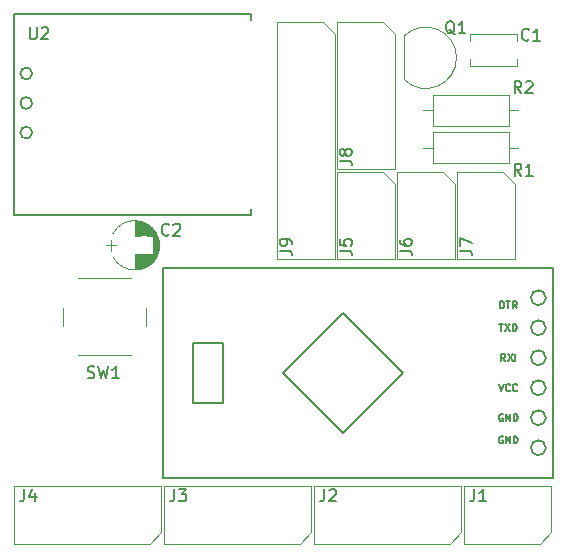
<source format=gbr>
G04 #@! TF.FileFunction,Legend,Top*
%FSLAX46Y46*%
G04 Gerber Fmt 4.6, Leading zero omitted, Abs format (unit mm)*
G04 Created by KiCad (PCBNEW 4.0.7) date 08/08/18 17:07:12*
%MOMM*%
%LPD*%
G01*
G04 APERTURE LIST*
%ADD10C,0.100000*%
%ADD11C,0.120000*%
%ADD12C,0.150000*%
%ADD13C,2.000000*%
%ADD14O,2.000000X2.000000*%
%ADD15C,2.200000*%
%ADD16C,1.900000*%
%ADD17R,2.400000X2.400000*%
%ADD18C,2.400000*%
%ADD19C,1.750000*%
%ADD20R,2.200000X1.750000*%
%ADD21R,3.000000X2.400000*%
%ADD22O,3.000000X2.400000*%
%ADD23O,1.900000X1.300000*%
%ADD24R,1.900000X1.300000*%
%ADD25R,1.600000X1.600000*%
%ADD26C,1.600000*%
%ADD27R,2.400000X3.000000*%
%ADD28O,2.400000X3.000000*%
G04 APERTURE END LIST*
D10*
D11*
X161325000Y-97830000D02*
X161325000Y-95210000D01*
X161325000Y-95210000D02*
X154905000Y-95210000D01*
X154905000Y-95210000D02*
X154905000Y-97830000D01*
X154905000Y-97830000D02*
X161325000Y-97830000D01*
X162215000Y-96520000D02*
X161325000Y-96520000D01*
X154015000Y-96520000D02*
X154905000Y-96520000D01*
D12*
X164465000Y-121920000D02*
G75*
G03X164465000Y-121920000I-635000J0D01*
G01*
X164465000Y-119380000D02*
G75*
G03X164465000Y-119380000I-635000J0D01*
G01*
X164465000Y-116840000D02*
G75*
G03X164465000Y-116840000I-635000J0D01*
G01*
X164465000Y-114300000D02*
G75*
G03X164465000Y-114300000I-635000J0D01*
G01*
X164465000Y-111760000D02*
G75*
G03X164465000Y-111760000I-635000J0D01*
G01*
X164465000Y-109220000D02*
G75*
G03X164465000Y-109220000I-635000J0D01*
G01*
X134620000Y-113030000D02*
X134620000Y-118110000D01*
X134620000Y-118110000D02*
X137160000Y-118110000D01*
X137160000Y-118110000D02*
X137160000Y-113030000D01*
X137160000Y-113030000D02*
X134620000Y-113030000D01*
X147320000Y-120650000D02*
X152400000Y-115570000D01*
X152400000Y-115570000D02*
X147320000Y-110490000D01*
X147320000Y-110490000D02*
X142240000Y-115570000D01*
X142240000Y-115570000D02*
X147320000Y-120650000D01*
X132080000Y-124460000D02*
X165100000Y-124460000D01*
X165100000Y-124460000D02*
X165100000Y-106680000D01*
X165100000Y-106680000D02*
X132080000Y-106680000D01*
X132080000Y-106680000D02*
X132080000Y-124460000D01*
D11*
X130910000Y-130070000D02*
X131910000Y-129070000D01*
X119470000Y-125170000D02*
X119470000Y-130070000D01*
X119470000Y-130070000D02*
X130910000Y-130070000D01*
X131910000Y-129070000D02*
X131910000Y-125170000D01*
X131910000Y-125170000D02*
X119470000Y-125170000D01*
D12*
X139470000Y-85235000D02*
X139470000Y-85735000D01*
X139470000Y-102235000D02*
X139470000Y-101735000D01*
X120970000Y-90235000D02*
G75*
G03X120970000Y-90235000I-500000J0D01*
G01*
X120970000Y-95235000D02*
G75*
G03X120970000Y-95235000I-500000J0D01*
G01*
X120970000Y-92735000D02*
G75*
G03X120970000Y-92735000I-500000J0D01*
G01*
X139470000Y-102235000D02*
X119470000Y-102235000D01*
X119470000Y-102235000D02*
X119470000Y-85235000D01*
X119470000Y-85235000D02*
X139470000Y-85235000D01*
D11*
X143610000Y-130070000D02*
X144610000Y-129070000D01*
X132170000Y-125170000D02*
X132170000Y-130070000D01*
X132170000Y-130070000D02*
X143610000Y-130070000D01*
X144610000Y-129070000D02*
X144610000Y-125170000D01*
X144610000Y-125170000D02*
X132170000Y-125170000D01*
X146580000Y-86895000D02*
X145580000Y-85895000D01*
X141680000Y-105955000D02*
X146580000Y-105955000D01*
X146580000Y-105955000D02*
X146580000Y-86895000D01*
X145580000Y-85895000D02*
X141680000Y-85895000D01*
X141680000Y-85895000D02*
X141680000Y-105955000D01*
X154905000Y-92035000D02*
X154905000Y-94655000D01*
X154905000Y-94655000D02*
X161325000Y-94655000D01*
X161325000Y-94655000D02*
X161325000Y-92035000D01*
X161325000Y-92035000D02*
X154905000Y-92035000D01*
X154015000Y-93345000D02*
X154905000Y-93345000D01*
X162215000Y-93345000D02*
X161325000Y-93345000D01*
X124825000Y-114085000D02*
X129325000Y-114085000D01*
X123575000Y-110085000D02*
X123575000Y-111585000D01*
X129325000Y-107585000D02*
X124825000Y-107585000D01*
X130575000Y-111585000D02*
X130575000Y-110085000D01*
X162000000Y-89625000D02*
X158080000Y-89625000D01*
X162000000Y-86905000D02*
X158080000Y-86905000D01*
X162000000Y-89625000D02*
X162000000Y-89015000D01*
X162000000Y-87515000D02*
X162000000Y-86905000D01*
X158080000Y-89625000D02*
X158080000Y-89015000D01*
X158080000Y-87515000D02*
X158080000Y-86905000D01*
X152455000Y-87100000D02*
X152455000Y-90700000D01*
X152466522Y-87061522D02*
G75*
G02X156905000Y-88900000I1838478J-1838478D01*
G01*
X152466522Y-90738478D02*
G75*
G03X156905000Y-88900000I1838478J1838478D01*
G01*
X131501436Y-103795830D02*
G75*
G03X127809004Y-103795000I-1846436J-979170D01*
G01*
X131501436Y-105754170D02*
G75*
G02X127809004Y-105755000I-1846436J979170D01*
G01*
X131501436Y-105754170D02*
G75*
G03X131500996Y-103795000I-1846436J979170D01*
G01*
X129655000Y-105555000D02*
X129655000Y-106825000D01*
X129655000Y-102725000D02*
X129655000Y-103995000D01*
X129695000Y-102725000D02*
X129695000Y-103995000D01*
X129695000Y-105555000D02*
X129695000Y-106825000D01*
X129735000Y-102726000D02*
X129735000Y-103995000D01*
X129735000Y-105555000D02*
X129735000Y-106824000D01*
X129775000Y-102728000D02*
X129775000Y-103995000D01*
X129775000Y-105555000D02*
X129775000Y-106822000D01*
X129815000Y-102731000D02*
X129815000Y-103995000D01*
X129815000Y-105555000D02*
X129815000Y-106819000D01*
X129855000Y-102734000D02*
X129855000Y-103995000D01*
X129855000Y-105555000D02*
X129855000Y-106816000D01*
X129895000Y-102738000D02*
X129895000Y-103995000D01*
X129895000Y-105555000D02*
X129895000Y-106812000D01*
X129935000Y-102743000D02*
X129935000Y-103995000D01*
X129935000Y-105555000D02*
X129935000Y-106807000D01*
X129975000Y-102749000D02*
X129975000Y-103995000D01*
X129975000Y-105555000D02*
X129975000Y-106801000D01*
X130015000Y-102756000D02*
X130015000Y-103995000D01*
X130015000Y-105555000D02*
X130015000Y-106794000D01*
X130055000Y-102763000D02*
X130055000Y-103995000D01*
X130055000Y-105555000D02*
X130055000Y-106787000D01*
X130095000Y-102771000D02*
X130095000Y-103995000D01*
X130095000Y-105555000D02*
X130095000Y-106779000D01*
X130135000Y-102780000D02*
X130135000Y-103995000D01*
X130135000Y-105555000D02*
X130135000Y-106770000D01*
X130175000Y-102790000D02*
X130175000Y-103995000D01*
X130175000Y-105555000D02*
X130175000Y-106760000D01*
X130215000Y-102801000D02*
X130215000Y-103995000D01*
X130215000Y-105555000D02*
X130215000Y-106749000D01*
X130255000Y-102812000D02*
X130255000Y-103995000D01*
X130255000Y-105555000D02*
X130255000Y-106738000D01*
X130295000Y-102825000D02*
X130295000Y-103995000D01*
X130295000Y-105555000D02*
X130295000Y-106725000D01*
X130335000Y-102838000D02*
X130335000Y-103995000D01*
X130335000Y-105555000D02*
X130335000Y-106712000D01*
X130376000Y-102852000D02*
X130376000Y-103995000D01*
X130376000Y-105555000D02*
X130376000Y-106698000D01*
X130416000Y-102868000D02*
X130416000Y-103995000D01*
X130416000Y-105555000D02*
X130416000Y-106682000D01*
X130456000Y-102884000D02*
X130456000Y-103995000D01*
X130456000Y-105555000D02*
X130456000Y-106666000D01*
X130496000Y-102901000D02*
X130496000Y-103995000D01*
X130496000Y-105555000D02*
X130496000Y-106649000D01*
X130536000Y-102919000D02*
X130536000Y-103995000D01*
X130536000Y-105555000D02*
X130536000Y-106631000D01*
X130576000Y-102938000D02*
X130576000Y-103995000D01*
X130576000Y-105555000D02*
X130576000Y-106612000D01*
X130616000Y-102958000D02*
X130616000Y-103995000D01*
X130616000Y-105555000D02*
X130616000Y-106592000D01*
X130656000Y-102979000D02*
X130656000Y-103995000D01*
X130656000Y-105555000D02*
X130656000Y-106571000D01*
X130696000Y-103002000D02*
X130696000Y-103995000D01*
X130696000Y-105555000D02*
X130696000Y-106548000D01*
X130736000Y-103025000D02*
X130736000Y-103995000D01*
X130736000Y-105555000D02*
X130736000Y-106525000D01*
X130776000Y-103050000D02*
X130776000Y-103995000D01*
X130776000Y-105555000D02*
X130776000Y-106500000D01*
X130816000Y-103076000D02*
X130816000Y-103995000D01*
X130816000Y-105555000D02*
X130816000Y-106474000D01*
X130856000Y-103103000D02*
X130856000Y-103995000D01*
X130856000Y-105555000D02*
X130856000Y-106447000D01*
X130896000Y-103132000D02*
X130896000Y-103995000D01*
X130896000Y-105555000D02*
X130896000Y-106418000D01*
X130936000Y-103162000D02*
X130936000Y-103995000D01*
X130936000Y-105555000D02*
X130936000Y-106388000D01*
X130976000Y-103194000D02*
X130976000Y-103995000D01*
X130976000Y-105555000D02*
X130976000Y-106356000D01*
X131016000Y-103228000D02*
X131016000Y-103995000D01*
X131016000Y-105555000D02*
X131016000Y-106322000D01*
X131056000Y-103263000D02*
X131056000Y-103995000D01*
X131056000Y-105555000D02*
X131056000Y-106287000D01*
X131096000Y-103300000D02*
X131096000Y-103995000D01*
X131096000Y-105555000D02*
X131096000Y-106250000D01*
X131136000Y-103339000D02*
X131136000Y-103995000D01*
X131136000Y-105555000D02*
X131136000Y-106211000D01*
X131176000Y-103380000D02*
X131176000Y-103995000D01*
X131176000Y-105555000D02*
X131176000Y-106170000D01*
X131216000Y-103424000D02*
X131216000Y-106126000D01*
X131256000Y-103470000D02*
X131256000Y-106080000D01*
X131296000Y-103519000D02*
X131296000Y-106031000D01*
X131336000Y-103571000D02*
X131336000Y-105979000D01*
X131376000Y-103627000D02*
X131376000Y-105923000D01*
X131416000Y-103687000D02*
X131416000Y-105863000D01*
X131456000Y-103752000D02*
X131456000Y-105798000D01*
X131496000Y-103823000D02*
X131496000Y-105727000D01*
X131536000Y-103901000D02*
X131536000Y-105649000D01*
X131576000Y-103989000D02*
X131576000Y-105561000D01*
X131616000Y-104089000D02*
X131616000Y-105461000D01*
X131656000Y-104208000D02*
X131656000Y-105342000D01*
X131696000Y-104360000D02*
X131696000Y-105190000D01*
X131736000Y-104610000D02*
X131736000Y-104940000D01*
X127205000Y-104775000D02*
X128105000Y-104775000D01*
X127655000Y-104325000D02*
X127655000Y-105225000D01*
X156310000Y-130070000D02*
X157310000Y-129070000D01*
X144870000Y-125170000D02*
X144870000Y-130070000D01*
X144870000Y-130070000D02*
X156310000Y-130070000D01*
X157310000Y-129070000D02*
X157310000Y-125170000D01*
X157310000Y-125170000D02*
X144870000Y-125170000D01*
X151660000Y-86895000D02*
X150660000Y-85895000D01*
X146760000Y-98335000D02*
X151660000Y-98335000D01*
X151660000Y-98335000D02*
X151660000Y-86895000D01*
X150660000Y-85895000D02*
X146760000Y-85895000D01*
X146760000Y-85895000D02*
X146760000Y-98335000D01*
X151660000Y-99595000D02*
X150660000Y-98595000D01*
X146760000Y-105955000D02*
X151660000Y-105955000D01*
X151660000Y-105955000D02*
X151660000Y-99595000D01*
X150660000Y-98595000D02*
X146760000Y-98595000D01*
X146760000Y-98595000D02*
X146760000Y-105955000D01*
X156740000Y-99595000D02*
X155740000Y-98595000D01*
X151840000Y-105955000D02*
X156740000Y-105955000D01*
X156740000Y-105955000D02*
X156740000Y-99595000D01*
X155740000Y-98595000D02*
X151840000Y-98595000D01*
X151840000Y-98595000D02*
X151840000Y-105955000D01*
X161820000Y-99595000D02*
X160820000Y-98595000D01*
X156920000Y-105955000D02*
X161820000Y-105955000D01*
X161820000Y-105955000D02*
X161820000Y-99595000D01*
X160820000Y-98595000D02*
X156920000Y-98595000D01*
X156920000Y-98595000D02*
X156920000Y-105955000D01*
X163930000Y-130070000D02*
X164930000Y-129070000D01*
X157570000Y-125170000D02*
X157570000Y-130070000D01*
X157570000Y-130070000D02*
X163930000Y-130070000D01*
X164930000Y-129070000D02*
X164930000Y-125170000D01*
X164930000Y-125170000D02*
X157570000Y-125170000D01*
D12*
X162393334Y-98877381D02*
X162060000Y-98401190D01*
X161821905Y-98877381D02*
X161821905Y-97877381D01*
X162202858Y-97877381D01*
X162298096Y-97925000D01*
X162345715Y-97972619D01*
X162393334Y-98067857D01*
X162393334Y-98210714D01*
X162345715Y-98305952D01*
X162298096Y-98353571D01*
X162202858Y-98401190D01*
X161821905Y-98401190D01*
X163345715Y-98877381D02*
X162774286Y-98877381D01*
X163060000Y-98877381D02*
X163060000Y-97877381D01*
X162964762Y-98020238D01*
X162869524Y-98115476D01*
X162774286Y-98163095D01*
X160490000Y-116511429D02*
X160690000Y-117111429D01*
X160890000Y-116511429D01*
X161432857Y-117054286D02*
X161404286Y-117082857D01*
X161318572Y-117111429D01*
X161261429Y-117111429D01*
X161175714Y-117082857D01*
X161118572Y-117025714D01*
X161090000Y-116968571D01*
X161061429Y-116854286D01*
X161061429Y-116768571D01*
X161090000Y-116654286D01*
X161118572Y-116597143D01*
X161175714Y-116540000D01*
X161261429Y-116511429D01*
X161318572Y-116511429D01*
X161404286Y-116540000D01*
X161432857Y-116568571D01*
X162032857Y-117054286D02*
X162004286Y-117082857D01*
X161918572Y-117111429D01*
X161861429Y-117111429D01*
X161775714Y-117082857D01*
X161718572Y-117025714D01*
X161690000Y-116968571D01*
X161661429Y-116854286D01*
X161661429Y-116768571D01*
X161690000Y-116654286D01*
X161718572Y-116597143D01*
X161775714Y-116540000D01*
X161861429Y-116511429D01*
X161918572Y-116511429D01*
X162004286Y-116540000D01*
X162032857Y-116568571D01*
X161047143Y-114571429D02*
X160847143Y-114285714D01*
X160704286Y-114571429D02*
X160704286Y-113971429D01*
X160932858Y-113971429D01*
X160990000Y-114000000D01*
X161018572Y-114028571D01*
X161047143Y-114085714D01*
X161047143Y-114171429D01*
X161018572Y-114228571D01*
X160990000Y-114257143D01*
X160932858Y-114285714D01*
X160704286Y-114285714D01*
X161247143Y-113971429D02*
X161647143Y-114571429D01*
X161647143Y-113971429D02*
X161247143Y-114571429D01*
X161875715Y-114571429D02*
X161875715Y-113971429D01*
X160532857Y-111431429D02*
X160875714Y-111431429D01*
X160704285Y-112031429D02*
X160704285Y-111431429D01*
X161018571Y-111431429D02*
X161418571Y-112031429D01*
X161418571Y-111431429D02*
X161018571Y-112031429D01*
X161647143Y-112031429D02*
X161647143Y-111431429D01*
X161790000Y-111431429D01*
X161875715Y-111460000D01*
X161932857Y-111517143D01*
X161961429Y-111574286D01*
X161990000Y-111688571D01*
X161990000Y-111774286D01*
X161961429Y-111888571D01*
X161932857Y-111945714D01*
X161875715Y-112002857D01*
X161790000Y-112031429D01*
X161647143Y-112031429D01*
X160604286Y-110126429D02*
X160604286Y-109526429D01*
X160747143Y-109526429D01*
X160832858Y-109555000D01*
X160890000Y-109612143D01*
X160918572Y-109669286D01*
X160947143Y-109783571D01*
X160947143Y-109869286D01*
X160918572Y-109983571D01*
X160890000Y-110040714D01*
X160832858Y-110097857D01*
X160747143Y-110126429D01*
X160604286Y-110126429D01*
X161118572Y-109526429D02*
X161461429Y-109526429D01*
X161290000Y-110126429D02*
X161290000Y-109526429D01*
X162004286Y-110126429D02*
X161804286Y-109840714D01*
X161661429Y-110126429D02*
X161661429Y-109526429D01*
X161890001Y-109526429D01*
X161947143Y-109555000D01*
X161975715Y-109583571D01*
X162004286Y-109640714D01*
X162004286Y-109726429D01*
X161975715Y-109783571D01*
X161947143Y-109812143D01*
X161890001Y-109840714D01*
X161661429Y-109840714D01*
X160832858Y-120985000D02*
X160775715Y-120956429D01*
X160690001Y-120956429D01*
X160604286Y-120985000D01*
X160547144Y-121042143D01*
X160518572Y-121099286D01*
X160490001Y-121213571D01*
X160490001Y-121299286D01*
X160518572Y-121413571D01*
X160547144Y-121470714D01*
X160604286Y-121527857D01*
X160690001Y-121556429D01*
X160747144Y-121556429D01*
X160832858Y-121527857D01*
X160861429Y-121499286D01*
X160861429Y-121299286D01*
X160747144Y-121299286D01*
X161118572Y-121556429D02*
X161118572Y-120956429D01*
X161461429Y-121556429D01*
X161461429Y-120956429D01*
X161747143Y-121556429D02*
X161747143Y-120956429D01*
X161890000Y-120956429D01*
X161975715Y-120985000D01*
X162032857Y-121042143D01*
X162061429Y-121099286D01*
X162090000Y-121213571D01*
X162090000Y-121299286D01*
X162061429Y-121413571D01*
X162032857Y-121470714D01*
X161975715Y-121527857D01*
X161890000Y-121556429D01*
X161747143Y-121556429D01*
X160832858Y-119080000D02*
X160775715Y-119051429D01*
X160690001Y-119051429D01*
X160604286Y-119080000D01*
X160547144Y-119137143D01*
X160518572Y-119194286D01*
X160490001Y-119308571D01*
X160490001Y-119394286D01*
X160518572Y-119508571D01*
X160547144Y-119565714D01*
X160604286Y-119622857D01*
X160690001Y-119651429D01*
X160747144Y-119651429D01*
X160832858Y-119622857D01*
X160861429Y-119594286D01*
X160861429Y-119394286D01*
X160747144Y-119394286D01*
X161118572Y-119651429D02*
X161118572Y-119051429D01*
X161461429Y-119651429D01*
X161461429Y-119051429D01*
X161747143Y-119651429D02*
X161747143Y-119051429D01*
X161890000Y-119051429D01*
X161975715Y-119080000D01*
X162032857Y-119137143D01*
X162061429Y-119194286D01*
X162090000Y-119308571D01*
X162090000Y-119394286D01*
X162061429Y-119508571D01*
X162032857Y-119565714D01*
X161975715Y-119622857D01*
X161890000Y-119651429D01*
X161747143Y-119651429D01*
X120316667Y-125436381D02*
X120316667Y-126150667D01*
X120269047Y-126293524D01*
X120173809Y-126388762D01*
X120030952Y-126436381D01*
X119935714Y-126436381D01*
X121221429Y-125769714D02*
X121221429Y-126436381D01*
X120983333Y-125388762D02*
X120745238Y-126103048D01*
X121364286Y-126103048D01*
X120777095Y-86320381D02*
X120777095Y-87129905D01*
X120824714Y-87225143D01*
X120872333Y-87272762D01*
X120967571Y-87320381D01*
X121158048Y-87320381D01*
X121253286Y-87272762D01*
X121300905Y-87225143D01*
X121348524Y-87129905D01*
X121348524Y-86320381D01*
X121777095Y-86415619D02*
X121824714Y-86368000D01*
X121919952Y-86320381D01*
X122158048Y-86320381D01*
X122253286Y-86368000D01*
X122300905Y-86415619D01*
X122348524Y-86510857D01*
X122348524Y-86606095D01*
X122300905Y-86748952D01*
X121729476Y-87320381D01*
X122348524Y-87320381D01*
X133016667Y-125436381D02*
X133016667Y-126150667D01*
X132969047Y-126293524D01*
X132873809Y-126388762D01*
X132730952Y-126436381D01*
X132635714Y-126436381D01*
X133397619Y-125436381D02*
X134016667Y-125436381D01*
X133683333Y-125817333D01*
X133826191Y-125817333D01*
X133921429Y-125864952D01*
X133969048Y-125912571D01*
X134016667Y-126007810D01*
X134016667Y-126245905D01*
X133969048Y-126341143D01*
X133921429Y-126388762D01*
X133826191Y-126436381D01*
X133540476Y-126436381D01*
X133445238Y-126388762D01*
X133397619Y-126341143D01*
X141946381Y-105235333D02*
X142660667Y-105235333D01*
X142803524Y-105282953D01*
X142898762Y-105378191D01*
X142946381Y-105521048D01*
X142946381Y-105616286D01*
X142946381Y-104711524D02*
X142946381Y-104521048D01*
X142898762Y-104425809D01*
X142851143Y-104378190D01*
X142708286Y-104282952D01*
X142517810Y-104235333D01*
X142136857Y-104235333D01*
X142041619Y-104282952D01*
X141994000Y-104330571D01*
X141946381Y-104425809D01*
X141946381Y-104616286D01*
X141994000Y-104711524D01*
X142041619Y-104759143D01*
X142136857Y-104806762D01*
X142374952Y-104806762D01*
X142470190Y-104759143D01*
X142517810Y-104711524D01*
X142565429Y-104616286D01*
X142565429Y-104425809D01*
X142517810Y-104330571D01*
X142470190Y-104282952D01*
X142374952Y-104235333D01*
X162393334Y-91892381D02*
X162060000Y-91416190D01*
X161821905Y-91892381D02*
X161821905Y-90892381D01*
X162202858Y-90892381D01*
X162298096Y-90940000D01*
X162345715Y-90987619D01*
X162393334Y-91082857D01*
X162393334Y-91225714D01*
X162345715Y-91320952D01*
X162298096Y-91368571D01*
X162202858Y-91416190D01*
X161821905Y-91416190D01*
X162774286Y-90987619D02*
X162821905Y-90940000D01*
X162917143Y-90892381D01*
X163155239Y-90892381D01*
X163250477Y-90940000D01*
X163298096Y-90987619D01*
X163345715Y-91082857D01*
X163345715Y-91178095D01*
X163298096Y-91320952D01*
X162726667Y-91892381D01*
X163345715Y-91892381D01*
X125666667Y-115974762D02*
X125809524Y-116022381D01*
X126047620Y-116022381D01*
X126142858Y-115974762D01*
X126190477Y-115927143D01*
X126238096Y-115831905D01*
X126238096Y-115736667D01*
X126190477Y-115641429D01*
X126142858Y-115593810D01*
X126047620Y-115546190D01*
X125857143Y-115498571D01*
X125761905Y-115450952D01*
X125714286Y-115403333D01*
X125666667Y-115308095D01*
X125666667Y-115212857D01*
X125714286Y-115117619D01*
X125761905Y-115070000D01*
X125857143Y-115022381D01*
X126095239Y-115022381D01*
X126238096Y-115070000D01*
X126571429Y-115022381D02*
X126809524Y-116022381D01*
X127000001Y-115308095D01*
X127190477Y-116022381D01*
X127428572Y-115022381D01*
X128333334Y-116022381D02*
X127761905Y-116022381D01*
X128047619Y-116022381D02*
X128047619Y-115022381D01*
X127952381Y-115165238D01*
X127857143Y-115260476D01*
X127761905Y-115308095D01*
X163028334Y-87352143D02*
X162980715Y-87399762D01*
X162837858Y-87447381D01*
X162742620Y-87447381D01*
X162599762Y-87399762D01*
X162504524Y-87304524D01*
X162456905Y-87209286D01*
X162409286Y-87018810D01*
X162409286Y-86875952D01*
X162456905Y-86685476D01*
X162504524Y-86590238D01*
X162599762Y-86495000D01*
X162742620Y-86447381D01*
X162837858Y-86447381D01*
X162980715Y-86495000D01*
X163028334Y-86542619D01*
X163980715Y-87447381D02*
X163409286Y-87447381D01*
X163695000Y-87447381D02*
X163695000Y-86447381D01*
X163599762Y-86590238D01*
X163504524Y-86685476D01*
X163409286Y-86733095D01*
X156749762Y-86907619D02*
X156654524Y-86860000D01*
X156559286Y-86764762D01*
X156416429Y-86621905D01*
X156321190Y-86574286D01*
X156225952Y-86574286D01*
X156273571Y-86812381D02*
X156178333Y-86764762D01*
X156083095Y-86669524D01*
X156035476Y-86479048D01*
X156035476Y-86145714D01*
X156083095Y-85955238D01*
X156178333Y-85860000D01*
X156273571Y-85812381D01*
X156464048Y-85812381D01*
X156559286Y-85860000D01*
X156654524Y-85955238D01*
X156702143Y-86145714D01*
X156702143Y-86479048D01*
X156654524Y-86669524D01*
X156559286Y-86764762D01*
X156464048Y-86812381D01*
X156273571Y-86812381D01*
X157654524Y-86812381D02*
X157083095Y-86812381D01*
X157368809Y-86812381D02*
X157368809Y-85812381D01*
X157273571Y-85955238D01*
X157178333Y-86050476D01*
X157083095Y-86098095D01*
X132548334Y-103862143D02*
X132500715Y-103909762D01*
X132357858Y-103957381D01*
X132262620Y-103957381D01*
X132119762Y-103909762D01*
X132024524Y-103814524D01*
X131976905Y-103719286D01*
X131929286Y-103528810D01*
X131929286Y-103385952D01*
X131976905Y-103195476D01*
X132024524Y-103100238D01*
X132119762Y-103005000D01*
X132262620Y-102957381D01*
X132357858Y-102957381D01*
X132500715Y-103005000D01*
X132548334Y-103052619D01*
X132929286Y-103052619D02*
X132976905Y-103005000D01*
X133072143Y-102957381D01*
X133310239Y-102957381D01*
X133405477Y-103005000D01*
X133453096Y-103052619D01*
X133500715Y-103147857D01*
X133500715Y-103243095D01*
X133453096Y-103385952D01*
X132881667Y-103957381D01*
X133500715Y-103957381D01*
X145716667Y-125436381D02*
X145716667Y-126150667D01*
X145669047Y-126293524D01*
X145573809Y-126388762D01*
X145430952Y-126436381D01*
X145335714Y-126436381D01*
X146145238Y-125531619D02*
X146192857Y-125484000D01*
X146288095Y-125436381D01*
X146526191Y-125436381D01*
X146621429Y-125484000D01*
X146669048Y-125531619D01*
X146716667Y-125626857D01*
X146716667Y-125722095D01*
X146669048Y-125864952D01*
X146097619Y-126436381D01*
X146716667Y-126436381D01*
X147026381Y-97615333D02*
X147740667Y-97615333D01*
X147883524Y-97662953D01*
X147978762Y-97758191D01*
X148026381Y-97901048D01*
X148026381Y-97996286D01*
X147454952Y-96996286D02*
X147407333Y-97091524D01*
X147359714Y-97139143D01*
X147264476Y-97186762D01*
X147216857Y-97186762D01*
X147121619Y-97139143D01*
X147074000Y-97091524D01*
X147026381Y-96996286D01*
X147026381Y-96805809D01*
X147074000Y-96710571D01*
X147121619Y-96662952D01*
X147216857Y-96615333D01*
X147264476Y-96615333D01*
X147359714Y-96662952D01*
X147407333Y-96710571D01*
X147454952Y-96805809D01*
X147454952Y-96996286D01*
X147502571Y-97091524D01*
X147550190Y-97139143D01*
X147645429Y-97186762D01*
X147835905Y-97186762D01*
X147931143Y-97139143D01*
X147978762Y-97091524D01*
X148026381Y-96996286D01*
X148026381Y-96805809D01*
X147978762Y-96710571D01*
X147931143Y-96662952D01*
X147835905Y-96615333D01*
X147645429Y-96615333D01*
X147550190Y-96662952D01*
X147502571Y-96710571D01*
X147454952Y-96805809D01*
X147026381Y-105235333D02*
X147740667Y-105235333D01*
X147883524Y-105282953D01*
X147978762Y-105378191D01*
X148026381Y-105521048D01*
X148026381Y-105616286D01*
X147026381Y-104282952D02*
X147026381Y-104759143D01*
X147502571Y-104806762D01*
X147454952Y-104759143D01*
X147407333Y-104663905D01*
X147407333Y-104425809D01*
X147454952Y-104330571D01*
X147502571Y-104282952D01*
X147597810Y-104235333D01*
X147835905Y-104235333D01*
X147931143Y-104282952D01*
X147978762Y-104330571D01*
X148026381Y-104425809D01*
X148026381Y-104663905D01*
X147978762Y-104759143D01*
X147931143Y-104806762D01*
X152106381Y-105235333D02*
X152820667Y-105235333D01*
X152963524Y-105282953D01*
X153058762Y-105378191D01*
X153106381Y-105521048D01*
X153106381Y-105616286D01*
X152106381Y-104330571D02*
X152106381Y-104521048D01*
X152154000Y-104616286D01*
X152201619Y-104663905D01*
X152344476Y-104759143D01*
X152534952Y-104806762D01*
X152915905Y-104806762D01*
X153011143Y-104759143D01*
X153058762Y-104711524D01*
X153106381Y-104616286D01*
X153106381Y-104425809D01*
X153058762Y-104330571D01*
X153011143Y-104282952D01*
X152915905Y-104235333D01*
X152677810Y-104235333D01*
X152582571Y-104282952D01*
X152534952Y-104330571D01*
X152487333Y-104425809D01*
X152487333Y-104616286D01*
X152534952Y-104711524D01*
X152582571Y-104759143D01*
X152677810Y-104806762D01*
X157186381Y-105235333D02*
X157900667Y-105235333D01*
X158043524Y-105282953D01*
X158138762Y-105378191D01*
X158186381Y-105521048D01*
X158186381Y-105616286D01*
X157186381Y-104854381D02*
X157186381Y-104187714D01*
X158186381Y-104616286D01*
X158416667Y-125436381D02*
X158416667Y-126150667D01*
X158369047Y-126293524D01*
X158273809Y-126388762D01*
X158130952Y-126436381D01*
X158035714Y-126436381D01*
X159416667Y-126436381D02*
X158845238Y-126436381D01*
X159130952Y-126436381D02*
X159130952Y-125436381D01*
X159035714Y-125579238D01*
X158940476Y-125674476D01*
X158845238Y-125722095D01*
%LPC*%
D13*
X163195000Y-96520000D03*
D14*
X153035000Y-96520000D03*
D15*
X133350000Y-123190000D03*
X135890000Y-123190000D03*
X138430000Y-123190000D03*
X140970000Y-123190000D03*
X148590000Y-123190000D03*
X151130000Y-123190000D03*
X153670000Y-123190000D03*
X156210000Y-123190000D03*
X158750000Y-123190000D03*
X161290000Y-123190000D03*
X161290000Y-107950000D03*
X153670000Y-107950000D03*
X151130000Y-107950000D03*
X148590000Y-107950000D03*
X146050000Y-107950000D03*
X143510000Y-107950000D03*
X140970000Y-107950000D03*
X138430000Y-107950000D03*
X135890000Y-107950000D03*
X133350000Y-107950000D03*
X149860000Y-120650000D03*
X152400000Y-120650000D03*
D16*
X149225000Y-110490000D03*
X151765000Y-110490000D03*
X127635000Y-92710000D03*
X125095000Y-92710000D03*
X127635000Y-123190000D03*
X125095000Y-123190000D03*
D17*
X121920000Y-128270000D03*
D18*
X124460000Y-128270000D03*
X127000000Y-128270000D03*
X129540000Y-128270000D03*
D19*
X138470000Y-86735000D03*
D20*
X139470000Y-86735000D03*
D19*
X138470000Y-100735000D03*
X138470000Y-98735000D03*
X138470000Y-96735000D03*
X138470000Y-94735000D03*
X138470000Y-92735000D03*
X138470000Y-90735000D03*
X138470000Y-88735000D03*
D20*
X139470000Y-100735000D03*
X139470000Y-98735000D03*
X139470000Y-96735000D03*
X139470000Y-94735000D03*
X139470000Y-92735000D03*
X139470000Y-90735000D03*
X139470000Y-88735000D03*
D17*
X134620000Y-128270000D03*
D18*
X137160000Y-128270000D03*
X139700000Y-128270000D03*
X142240000Y-128270000D03*
D21*
X144780000Y-103505000D03*
D22*
X144780000Y-100965000D03*
X144780000Y-98425000D03*
X144780000Y-95885000D03*
X144780000Y-93345000D03*
X144780000Y-90805000D03*
X144780000Y-88265000D03*
D13*
X153035000Y-93345000D03*
D14*
X163195000Y-93345000D03*
D18*
X123825000Y-113085000D03*
X123825000Y-108585000D03*
X130325000Y-113085000D03*
X130325000Y-108585000D03*
D13*
X161290000Y-88265000D03*
X158790000Y-88265000D03*
D23*
X154305000Y-88900000D03*
X154305000Y-90170000D03*
D24*
X154305000Y-87630000D03*
D25*
X128905000Y-104775000D03*
D26*
X130405000Y-104775000D03*
D17*
X147320000Y-128270000D03*
D18*
X149860000Y-128270000D03*
X152400000Y-128270000D03*
X154940000Y-128270000D03*
D21*
X149860000Y-95885000D03*
D22*
X149860000Y-93345000D03*
X149860000Y-90805000D03*
X149860000Y-88265000D03*
D21*
X149860000Y-103505000D03*
D22*
X149860000Y-100965000D03*
D21*
X154940000Y-103505000D03*
D22*
X154940000Y-100965000D03*
D21*
X160020000Y-103505000D03*
D22*
X160020000Y-100965000D03*
D27*
X160020000Y-128270000D03*
D28*
X162560000Y-128270000D03*
M02*

</source>
